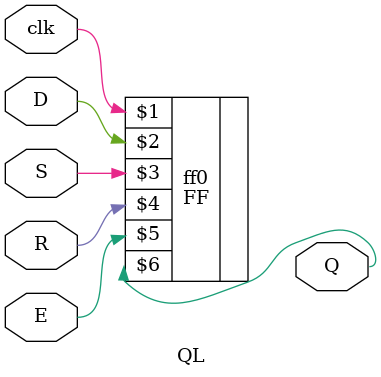
<source format=v>
`include "primitives/ff/ff.sim.v"

module QL (clk, D, S, R, E, Q);
	input wire clk;
	input wire D;
	input wire S;
	input wire R;
	input wire E;
	output wire Q;

	FF ff0(clk, D, S, R, E, Q);
endmodule

</source>
